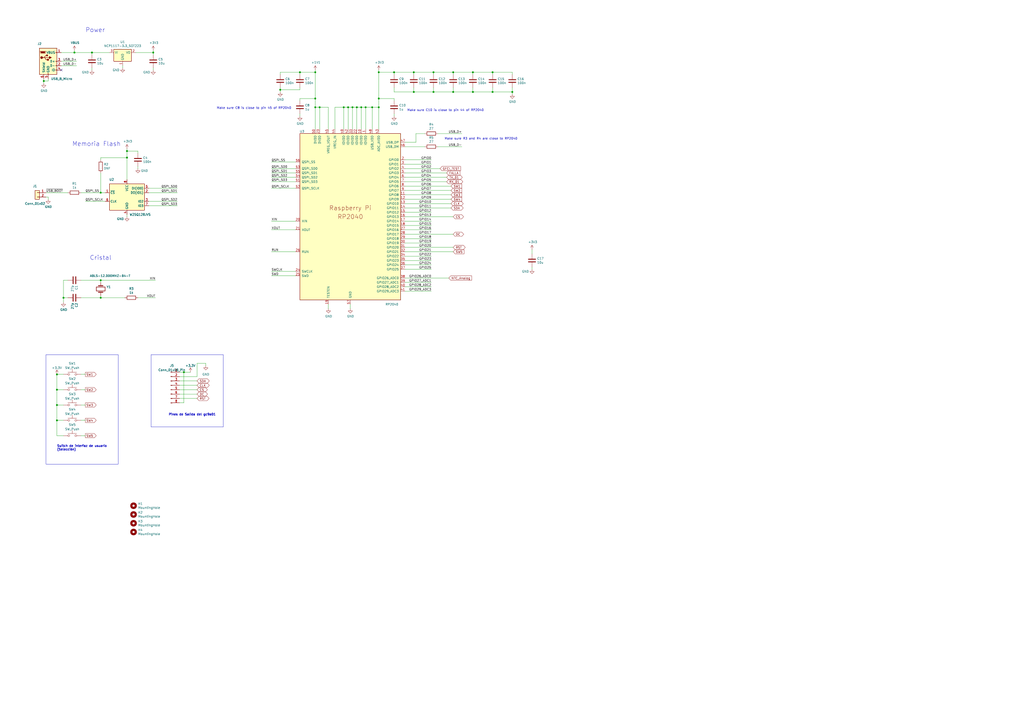
<source format=kicad_sch>
(kicad_sch (version 20230121) (generator eeschema)
  (paper "A2")
  (lib_symbols
    (symbol "Connector:Conn_01x08_Pin" (pin_names (offset 1.016) hide)
      (property "Reference" "J" (at 0 10.16 0))
      (property "Value" "Conn_01x08_Pin" (at 0 -12.7 0))
      (symbol "Conn_01x08_Pin_1_1"
        (polyline (pts (xy 1.27 -10.16) (xy 0.8636 -10.16)) (stroke (width 0.1524)))
        (polyline (pts (xy 1.27 -7.62) (xy 0.8636 -7.62)) (stroke (width 0.1524)))
        (polyline (pts (xy 1.27 -5.08) (xy 0.8636 -5.08)) (stroke (width 0.1524)))
        (polyline (pts (xy 1.27 -2.54) (xy 0.8636 -2.54)) (stroke (width 0.1524)))
        (polyline (pts (xy 1.27 0) (xy 0.8636 0)) (stroke (width 0.1524)))
        (polyline (pts (xy 1.27 2.54) (xy 0.8636 2.54)) (stroke (width 0.1524)))
        (polyline (pts (xy 1.27 5.08) (xy 0.8636 5.08)) (stroke (width 0.1524)))
        (polyline (pts (xy 1.27 7.62) (xy 0.8636 7.62)) (stroke (width 0.1524)))
        (rectangle (start 0.8636 -10.033) (end 0 -10.287) (stroke (width 0.1524)) (fill (type outline)))
        (rectangle (start 0.8636 -7.493) (end 0 -7.747) (stroke (width 0.1524)) (fill (type outline)))
        (rectangle (start 0.8636 -4.953) (end 0 -5.207) (stroke (width 0.1524)) (fill (type outline)))
        (rectangle (start 0.8636 -2.413) (end 0 -2.667) (stroke (width 0.1524)) (fill (type outline)))
        (rectangle (start 0.8636 0.127) (end 0 -0.127) (stroke (width 0.1524)) (fill (type outline)))
        (rectangle (start 0.8636 2.667) (end 0 2.413) (stroke (width 0.1524)) (fill (type outline)))
        (rectangle (start 0.8636 5.207) (end 0 4.953) (stroke (width 0.1524)) (fill (type outline)))
        (rectangle (start 0.8636 7.747) (end 0 7.493) (stroke (width 0.1524)) (fill (type outline)))
        (pin passive line (at 5.08 7.62 180) (length 3.81) (name "Pin_1") (number "1"))
        (pin passive line (at 5.08 5.08 180) (length 3.81) (name "Pin_2") (number "2"))
        (pin passive line (at 5.08 2.54 180) (length 3.81) (name "Pin_3") (number "3"))
        (pin passive line (at 5.08 0 180) (length 3.81) (name "Pin_4") (number "4"))
        (pin passive line (at 5.08 -2.54 180) (length 3.81) (name "Pin_5") (number "5"))
        (pin passive line (at 5.08 -5.08 180) (length 3.81) (name "Pin_6") (number "6"))
        (pin passive line (at 5.08 -7.62 180) (length 3.81) (name "Pin_7") (number "7"))
        (pin passive line (at 5.08 -10.16 180) (length 3.81) (name "Pin_8") (number "8"))
      )
    )
    (symbol "Connector_Generic:Conn_01x02" (pin_names (offset 1.016) hide)
      (property "Reference" "J" (at 0 2.54 0))
      (property "Value" "Conn_01x02" (at 0 -5.08 0))
      (symbol "Conn_01x02_1_1"
        (rectangle (start -1.27 -2.413) (end 0 -2.667) (stroke (width 0.1524)))
        (rectangle (start -1.27 0.127) (end 0 -0.127) (stroke (width 0.1524)))
        (rectangle (start -1.27 1.27) (end 1.27 -3.81) (stroke (width 0.254)) (fill (type background)))
        (pin passive line (at -5.08 0 0) (length 3.81) (name "Pin_1") (number "1"))
        (pin passive line (at -5.08 -2.54 0) (length 3.81) (name "Pin_2") (number "2"))
      )
    )
    (symbol "Device:C" (pin_numbers hide) (pin_names (offset 0.254))
      (property "Reference" "C" (at 0.635 2.54 0))
      (property "Value" "C" (at 0.635 -2.54 0))
      (symbol "C_0_1"
        (polyline (pts (xy -2.032 -0.762) (xy 2.032 -0.762)) (stroke (width 0.508)))
        (polyline (pts (xy -2.032 0.762) (xy 2.032 0.762)) (stroke (width 0.508)))
      )
      (symbol "C_1_1"
        (pin passive line (at 0 3.81 270) (length 2.794) (name "~") (number "1"))
        (pin passive line (at 0 -3.81 90) (length 2.794) (name "~") (number "2"))
      )
    )
    (symbol "Device:Crystal" (pin_numbers hide) (pin_names (offset 1.016) hide)
      (property "Reference" "Y" (at 0 3.81 0))
      (property "Value" "Crystal" (at 0 -3.81 0))
      (symbol "Crystal_0_1"
        (rectangle (start -1.143 2.54) (end 1.143 -2.54) (stroke (width 0.3048)))
        (polyline (pts (xy -2.54 0) (xy -1.905 0)))
        (polyline (pts (xy -1.905 -1.27) (xy -1.905 1.27)) (stroke (width 0.508)))
        (polyline (pts (xy 1.905 -1.27) (xy 1.905 1.27)) (stroke (width 0.508)))
        (polyline (pts (xy 2.54 0) (xy 1.905 0)))
      )
      (symbol "Crystal_1_1"
        (pin passive line (at -3.81 0 0) (length 1.27) (name "1") (number "1"))
        (pin passive line (at 3.81 0 180) (length 1.27) (name "2") (number "2"))
      )
    )
    (symbol "Device:R" (pin_numbers hide) (pin_names (offset 0))
      (property "Reference" "R" (at 2.032 0 90))
      (property "Value" "R" (at 0 0 90))
      (symbol "R_0_1"
        (rectangle (start -1.016 -2.54) (end 1.016 2.54) (stroke (width 0.254)))
      )
      (symbol "R_1_1"
        (pin passive line (at 0 3.81 270) (length 1.27) (name "~") (number "1"))
        (pin passive line (at 0 -3.81 90) (length 1.27) (name "~") (number "2"))
      )
    )
    (symbol "MCU_RaspberryPi_RP2040:RP2040" (pin_names (offset 1.016))
      (property "Reference" "U" (at -29.21 49.53 0))
      (property "Value" "RP2040" (at 24.13 -49.53 0))
      (symbol "RP2040_0_0"
        (text "Raspberry Pi" (at 0 5.08 0) (effects (font (size 2.54 2.54))))
        (text "RP2040" (at 0 0 0) (effects (font (size 2.54 2.54))))
      )
      (symbol "RP2040_0_1"
        (rectangle (start 29.21 48.26) (end -29.21 -48.26) (stroke (width 0.254)) (fill (type background)))
      )
      (symbol "RP2040_1_1"
        (pin power_in line (at 8.89 50.8 270) (length 2.54) (name "IOVDD") (number "1"))
        (pin power_in line (at 6.35 50.8 270) (length 2.54) (name "IOVDD") (number "10"))
        (pin bidirectional line (at 31.75 12.7 180) (length 2.54) (name "GPIO8") (number "11"))
        (pin bidirectional line (at 31.75 10.16 180) (length 2.54) (name "GPIO9") (number "12"))
        (pin bidirectional line (at 31.75 7.62 180) (length 2.54) (name "GPIO10") (number "13"))
        (pin bidirectional line (at 31.75 5.08 180) (length 2.54) (name "GPIO11") (number "14"))
        (pin bidirectional line (at 31.75 2.54 180) (length 2.54) (name "GPIO12") (number "15"))
        (pin bidirectional line (at 31.75 0 180) (length 2.54) (name "GPIO13") (number "16"))
        (pin bidirectional line (at 31.75 -2.54 180) (length 2.54) (name "GPIO14") (number "17"))
        (pin bidirectional line (at 31.75 -5.08 180) (length 2.54) (name "GPIO15") (number "18"))
        (pin passive line (at -12.7 -50.8 90) (length 2.54) (name "TESTEN") (number "19"))
        (pin bidirectional line (at 31.75 33.02 180) (length 2.54) (name "GPIO0") (number "2"))
        (pin input line (at -31.75 -2.54 0) (length 2.54) (name "XIN") (number "20"))
        (pin passive line (at -31.75 -7.62 0) (length 2.54) (name "XOUT") (number "21"))
        (pin power_in line (at 3.81 50.8 270) (length 2.54) (name "IOVDD") (number "22"))
        (pin power_in line (at -17.78 50.8 270) (length 2.54) (name "DVDD") (number "23"))
        (pin output line (at -31.75 -31.75 0) (length 2.54) (name "SWCLK") (number "24"))
        (pin bidirectional line (at -31.75 -34.29 0) (length 2.54) (name "SWD") (number "25"))
        (pin input line (at -31.75 -20.32 0) (length 2.54) (name "RUN") (number "26"))
        (pin bidirectional line (at 31.75 -7.62 180) (length 2.54) (name "GPIO16") (number "27"))
        (pin bidirectional line (at 31.75 -10.16 180) (length 2.54) (name "GPIO17") (number "28"))
        (pin bidirectional line (at 31.75 -12.7 180) (length 2.54) (name "GPIO18") (number "29"))
        (pin bidirectional line (at 31.75 30.48 180) (length 2.54) (name "GPIO1") (number "3"))
        (pin bidirectional line (at 31.75 -15.24 180) (length 2.54) (name "GPIO19") (number "30"))
        (pin bidirectional line (at 31.75 -17.78 180) (length 2.54) (name "GPIO20") (number "31"))
        (pin bidirectional line (at 31.75 -20.32 180) (length 2.54) (name "GPIO21") (number "32"))
        (pin power_in line (at 1.27 50.8 270) (length 2.54) (name "IOVDD") (number "33"))
        (pin bidirectional line (at 31.75 -22.86 180) (length 2.54) (name "GPIO22") (number "34"))
        (pin bidirectional line (at 31.75 -25.4 180) (length 2.54) (name "GPIO23") (number "35"))
        (pin bidirectional line (at 31.75 -27.94 180) (length 2.54) (name "GPIO24") (number "36"))
        (pin bidirectional line (at 31.75 -30.48 180) (length 2.54) (name "GPIO25") (number "37"))
        (pin bidirectional line (at 31.75 -35.56 180) (length 2.54) (name "GPIO26_ADC0") (number "38"))
        (pin bidirectional line (at 31.75 -38.1 180) (length 2.54) (name "GPIO27_ADC1") (number "39"))
        (pin bidirectional line (at 31.75 27.94 180) (length 2.54) (name "GPIO2") (number "4"))
        (pin bidirectional line (at 31.75 -40.64 180) (length 2.54) (name "GPIO28_ADC2") (number "40"))
        (pin bidirectional line (at 31.75 -43.18 180) (length 2.54) (name "GPIO29_ADC3") (number "41"))
        (pin power_in line (at -1.27 50.8 270) (length 2.54) (name "IOVDD") (number "42"))
        (pin power_in line (at 16.51 50.8 270) (length 2.54) (name "ADC_AVDD") (number "43"))
        (pin power_in line (at -8.89 50.8 270) (length 2.54) (name "VREG_IN") (number "44"))
        (pin power_out line (at -12.7 50.8 270) (length 2.54) (name "VREG_VOUT") (number "45"))
        (pin bidirectional line (at 31.75 40.64 180) (length 2.54) (name "USB_DM") (number "46"))
        (pin bidirectional line (at 31.75 43.18 180) (length 2.54) (name "USB_DP") (number "47"))
        (pin power_in line (at 12.7 50.8 270) (length 2.54) (name "USB_VDD") (number "48"))
        (pin power_in line (at -3.81 50.8 270) (length 2.54) (name "IOVDD") (number "49"))
        (pin bidirectional line (at 31.75 25.4 180) (length 2.54) (name "GPIO3") (number "5"))
        (pin power_in line (at -20.32 50.8 270) (length 2.54) (name "DVDD") (number "50"))
        (pin bidirectional line (at -31.75 20.32 0) (length 2.54) (name "QSPI_SD3") (number "51"))
        (pin output line (at -31.75 16.51 0) (length 2.54) (name "QSPI_SCLK") (number "52"))
        (pin bidirectional line (at -31.75 27.94 0) (length 2.54) (name "QSPI_SD0") (number "53"))
        (pin bidirectional line (at -31.75 22.86 0) (length 2.54) (name "QSPI_SD2") (number "54"))
        (pin bidirectional line (at -31.75 25.4 0) (length 2.54) (name "QSPI_SD1") (number "55"))
        (pin bidirectional line (at -31.75 31.75 0) (length 2.54) (name "QSPI_SS") (number "56"))
        (pin power_in line (at 0 -50.8 90) (length 2.54) (name "GND") (number "57"))
        (pin bidirectional line (at 31.75 22.86 180) (length 2.54) (name "GPIO4") (number "6"))
        (pin bidirectional line (at 31.75 20.32 180) (length 2.54) (name "GPIO5") (number "7"))
        (pin bidirectional line (at 31.75 17.78 180) (length 2.54) (name "GPIO6") (number "8"))
        (pin bidirectional line (at 31.75 15.24 180) (length 2.54) (name "GPIO7") (number "9"))
      )
    )
    (symbol "Mechanical:MountingHole" (pin_names (offset 1.016))
      (property "Reference" "H" (at 0 5.08 0))
      (property "Value" "MountingHole" (at 0 3.175 0))
      (symbol "MountingHole_0_1"
        (circle (center 0 0) (radius 1.27) (stroke (width 1.27)))
      )
    )
    (symbol "RP2040_minimal-rescue:USB_B_Micro-Connector" (pin_names (offset 1.016))
      (property "Reference" "J" (at -5.08 11.43 0))
      (property "Value" "Connector_USB_B_Micro" (at -5.08 8.89 0))
      (symbol "USB_B_Micro-Connector_0_1"
        (rectangle (start -5.08 -7.62) (end 5.08 7.62) (stroke (width 0.254)) (fill (type background)))
        (circle (center -3.81 2.159) (radius 0.635) (stroke (width 0.254)) (fill (type outline)))
        (circle (center -0.635 3.429) (radius 0.381) (stroke (width 0.254)) (fill (type outline)))
        (rectangle (start -0.127 -7.62) (end 0.127 -6.858))
        (polyline (pts (xy -1.905 2.159) (xy 0.635 2.159)) (stroke (width 0.254)))
        (polyline (pts (xy -3.175 2.159) (xy -2.54 2.159) (xy -1.27 3.429) (xy -0.635 3.429)) (stroke (width 0.254)))
        (polyline (pts (xy -2.54 2.159) (xy -1.905 2.159) (xy -1.27 0.889) (xy 0 0.889)) (stroke (width 0.254)))
        (polyline (pts (xy 0.635 2.794) (xy 0.635 1.524) (xy 1.905 2.159) (xy 0.635 2.794)) (stroke (width 0.254)) (fill (type outline)))
        (polyline (pts (xy -4.318 5.588) (xy -1.778 5.588) (xy -2.032 4.826) (xy -4.064 4.826) (xy -4.318 5.588)) (fill (type outline)))
        (polyline (pts (xy -4.699 5.842) (xy -4.699 5.588) (xy -4.445 4.826) (xy -4.445 4.572) (xy -1.651 4.572) (xy -1.651 4.826) (xy -1.397 5.588) (xy -1.397 5.842) (xy -4.699 5.842)))
        (rectangle (start 0.254 1.27) (end -0.508 0.508) (stroke (width 0.254)) (fill (type outline)))
        (rectangle (start 5.08 -5.207) (end 4.318 -4.953))
        (rectangle (start 5.08 -2.667) (end 4.318 -2.413))
        (rectangle (start 5.08 -0.127) (end 4.318 0.127))
        (rectangle (start 5.08 4.953) (end 4.318 5.207))
      )
      (symbol "USB_B_Micro-Connector_1_1"
        (pin power_out line (at 7.62 5.08 180) (length 2.54) (name "VBUS") (number "1"))
        (pin passive line (at 7.62 -2.54 180) (length 2.54) (name "D-") (number "2"))
        (pin passive line (at 7.62 0 180) (length 2.54) (name "D+") (number "3"))
        (pin passive line (at 7.62 -5.08 180) (length 2.54) (name "ID") (number "4"))
        (pin power_out line (at 0 -10.16 90) (length 2.54) (name "GND") (number "5"))
        (pin passive line (at -2.54 -10.16 90) (length 2.54) (name "Shield") (number "6"))
      )
    )
    (symbol "RP2040_minimal-rescue:W25Q128JVS-Memory_Flash"
      (property "Reference" "U" (at -8.89 8.89 0))
      (property "Value" "Memory_Flash_W25Q128JVS" (at 7.62 8.89 0))
      (symbol "W25Q128JVS-Memory_Flash_0_1"
        (rectangle (start -10.16 7.62) (end 10.16 -7.62) (stroke (width 0.254)) (fill (type background)))
      )
      (symbol "W25Q128JVS-Memory_Flash_1_1"
        (pin input line (at -12.7 2.54 0) (length 2.54) (name "~{CS}") (number "1"))
        (pin bidirectional line (at 12.7 2.54 180) (length 2.54) (name "DO(IO1)") (number "2"))
        (pin bidirectional line (at 12.7 -2.54 180) (length 2.54) (name "IO2") (number "3"))
        (pin power_in line (at 0 -10.16 90) (length 2.54) (name "GND") (number "4"))
        (pin bidirectional line (at 12.7 5.08 180) (length 2.54) (name "DI(IO0)") (number "5"))
        (pin input line (at -12.7 -2.54 0) (length 2.54) (name "CLK") (number "6"))
        (pin bidirectional line (at 12.7 -5.08 180) (length 2.54) (name "IO3") (number "7"))
        (pin power_in line (at 0 10.16 270) (length 2.54) (name "VCC") (number "8"))
      )
    )
    (symbol "Regulator_Linear:NCP1117-3.3_SOT223"
      (property "Reference" "U" (at -3.81 3.175 0))
      (property "Value" "NCP1117-3.3_SOT223" (at 0 3.175 0))
      (symbol "NCP1117-3.3_SOT223_0_1"
        (rectangle (start -5.08 -5.08) (end 5.08 1.905) (stroke (width 0.254)) (fill (type background)))
      )
      (symbol "NCP1117-3.3_SOT223_1_1"
        (pin power_in line (at 0 -7.62 90) (length 2.54) (name "GND") (number "1"))
        (pin power_out line (at 7.62 0 180) (length 2.54) (name "VO") (number "2"))
        (pin power_in line (at -7.62 0 0) (length 2.54) (name "VI") (number "3"))
      )
    )
    (symbol "Switch:SW_Push" (pin_numbers hide) (pin_names (offset 1.016) hide)
      (property "Reference" "SW" (at 1.27 2.54 0))
      (property "Value" "SW_Push" (at 0 -1.524 0))
      (symbol "SW_Push_0_1"
        (circle (center -2.032 0) (radius 0.508))
        (polyline (pts (xy 0 1.27) (xy 0 3.048)))
        (polyline (pts (xy 2.54 1.27) (xy -2.54 1.27)))
        (circle (center 2.032 0) (radius 0.508))
        (pin passive line (at -5.08 0 0) (length 2.54) (name "1") (number "1"))
        (pin passive line (at 5.08 0 180) (length 2.54) (name "2") (number "2"))
      )
    )
    (symbol "power:+1V1" (power) (pin_names (offset 0))
      (property "Value" "+1V1" (at 0 3.556 0))
      (symbol "+1V1_0_1"
        (polyline (pts (xy -0.762 1.27) (xy 0 2.54)))
        (polyline (pts (xy 0 0) (xy 0 2.54)))
        (polyline (pts (xy 0 2.54) (xy 0.762 1.27)))
      )
      (symbol "+1V1_1_1"
        (pin power_in line (at 0 0 90) (length 0) hide (name "+1V1") (number "1"))
      )
    )
    (symbol "power:+3.3V" (power) (pin_names (offset 0))
      (property "Value" "+3.3V" (at 0 3.556 0))
      (symbol "+3.3V_0_1"
        (polyline (pts (xy -0.762 1.27) (xy 0 2.54)))
        (polyline (pts (xy 0 0) (xy 0 2.54)))
        (polyline (pts (xy 0 2.54) (xy 0.762 1.27)))
      )
      (symbol "+3.3V_1_1"
        (pin power_in line (at 0 0 90) (length 0) hide (name "+3.3V") (number "1"))
      )
    )
    (symbol "power:+3V3" (power) (pin_names (offset 0))
      (property "Value" "+3V3" (at 0 3.556 0))
      (symbol "+3V3_0_1"
        (polyline (pts (xy -0.762 1.27) (xy 0 2.54)))
        (polyline (pts (xy 0 0) (xy 0 2.54)))
        (polyline (pts (xy 0 2.54) (xy 0.762 1.27)))
      )
      (symbol "+3V3_1_1"
        (pin power_in line (at 0 0 90) (length 0) hide (name "+3V3") (number "1"))
      )
    )
    (symbol "power:GND" (power) (pin_names (offset 0))
      (property "Value" "GND" (at 0 -3.81 0))
      (symbol "GND_0_1"
        (polyline (pts (xy 0 0) (xy 0 -1.27) (xy 1.27 -1.27) (xy 0 -2.54) (xy -1.27 -1.27) (xy 0 -1.27)))
      )
      (symbol "GND_1_1"
        (pin power_in line (at 0 0 270) (length 0) hide (name "GND") (number "1"))
      )
    )
    (symbol "power:VBUS" (power) (pin_names (offset 0))
      (property "Value" "VBUS" (at 0 3.81 0))
      (symbol "VBUS_0_1"
        (polyline (pts (xy -0.762 1.27) (xy 0 2.54)))
        (polyline (pts (xy 0 0) (xy 0 2.54)))
        (polyline (pts (xy 0 2.54) (xy 0.762 1.27)))
      )
      (symbol "VBUS_1_1"
        (pin power_in line (at 0 0 90) (length 0) hide (name "VBUS") (number "1"))
      )
    )
  )
  (junction (at 88.9 30.48))
  (junction (at 262.89 41.91))
  (junction (at 185.42 62.23))
  (junction (at 212.09 62.23))
  (junction (at 58.42 172.72))
  (junction (at 182.88 57.15))
  (junction (at 25.4 46.99))
  (junction (at 285.75 41.91))
  (junction (at 33.02 234.95))
  (junction (at 219.71 62.23))
  (junction (at 204.47 62.23))
  (junction (at 53.34 30.48))
  (junction (at 228.6 41.91))
  (junction (at 209.55 62.23))
  (junction (at 33.02 217.17))
  (junction (at 274.32 41.91))
  (junction (at 173.99 41.91))
  (junction (at 106.68 215.9))
  (junction (at 36.83 172.72))
  (junction (at 182.88 62.23))
  (junction (at 199.39 62.23))
  (junction (at 297.18 53.34))
  (junction (at 73.66 91.44))
  (junction (at 219.71 41.91))
  (junction (at 285.75 53.34))
  (junction (at 182.88 41.91))
  (junction (at 215.9 62.23))
  (junction (at 207.01 62.23))
  (junction (at 73.66 87.63))
  (junction (at 240.03 53.34))
  (junction (at 262.89 53.34))
  (junction (at 43.18 30.48))
  (junction (at 251.46 53.34))
  (junction (at 201.93 62.23))
  (junction (at 219.71 57.15))
  (junction (at 58.42 111.76))
  (junction (at 58.42 162.56))
  (junction (at 251.46 41.91))
  (junction (at 33.02 226.06))
  (junction (at 33.02 243.84))
  (junction (at 162.56 52.07))
  (junction (at 274.32 53.34))
  (junction (at 240.03 41.91))
  (no_connect (at 35.56 40.64))
  (wire (pts (xy 219.71 62.23) (xy 219.71 74.93)))
  (wire (pts (xy 234.95 107.95) (xy 261.62 107.95)))
  (wire (pts (xy 234.95 168.91) (xy 250.19 168.91)))
  (wire (pts (xy 104.14 220.98) (xy 114.3 220.98)))
  (wire (pts (xy 251.46 41.91) (xy 262.89 41.91)))
  (wire (pts (xy 194.31 74.93) (xy 194.31 62.23)))
  (wire (pts (xy 204.47 62.23) (xy 207.01 62.23)))
  (wire (pts (xy 228.6 50.8) (xy 228.6 53.34)))
  (wire (pts (xy 33.02 234.95) (xy 33.02 243.84)))
  (wire (pts (xy 36.83 252.73) (xy 33.02 252.73)))
  (wire (pts (xy 262.89 53.34) (xy 251.46 53.34)))
  (wire (pts (xy 241.3 77.47) (xy 241.3 82.55)))
  (wire (pts (xy 104.14 233.68) (xy 106.68 233.68)))
  (wire (pts (xy 228.6 58.42) (xy 228.6 57.15)))
  (wire (pts (xy 104.14 215.9) (xy 106.68 215.9)))
  (wire (pts (xy 234.95 143.51) (xy 262.89 143.51)))
  (wire (pts (xy 173.99 43.18) (xy 173.99 41.91)))
  (wire (pts (xy 234.95 125.73) (xy 262.89 125.73)))
  (wire (pts (xy 162.56 52.07) (xy 162.56 53.34)))
  (wire (pts (xy 73.66 124.46) (xy 73.66 125.73)))
  (wire (pts (xy 190.5 74.93) (xy 190.5 62.23)))
  (wire (pts (xy 46.99 243.84) (xy 49.53 243.84)))
  (wire (pts (xy 234.95 95.25) (xy 250.19 95.25)))
  (wire (pts (xy 171.45 157.48) (xy 157.48 157.48)))
  (wire (pts (xy 162.56 43.18) (xy 162.56 41.91)))
  (wire (pts (xy 157.48 97.79) (xy 171.45 97.79)))
  (wire (pts (xy 86.36 109.22) (xy 102.87 109.22)))
  (wire (pts (xy 234.95 135.89) (xy 262.89 135.89)))
  (wire (pts (xy 251.46 53.34) (xy 240.03 53.34)))
  (wire (pts (xy 171.45 146.05) (xy 157.48 146.05)))
  (wire (pts (xy 27.94 46.99) (xy 25.4 46.99)))
  (wire (pts (xy 35.56 35.56) (xy 44.45 35.56)))
  (wire (pts (xy 285.75 50.8) (xy 285.75 53.34)))
  (wire (pts (xy 234.95 133.35) (xy 250.19 133.35)))
  (wire (pts (xy 182.88 57.15) (xy 182.88 62.23)))
  (wire (pts (xy 58.42 171.45) (xy 58.42 172.72)))
  (wire (pts (xy 207.01 74.93) (xy 207.01 62.23)))
  (wire (pts (xy 219.71 57.15) (xy 219.71 62.23)))
  (wire (pts (xy 274.32 41.91) (xy 285.75 41.91)))
  (wire (pts (xy 80.01 172.72) (xy 90.17 172.72)))
  (wire (pts (xy 86.36 116.84) (xy 102.87 116.84)))
  (wire (pts (xy 285.75 43.18) (xy 285.75 41.91)))
  (wire (pts (xy 234.95 102.87) (xy 259.08 102.87)))
  (wire (pts (xy 219.71 41.91) (xy 228.6 41.91)))
  (wire (pts (xy 234.95 151.13) (xy 250.19 151.13)))
  (wire (pts (xy 26.67 114.3) (xy 27.94 114.3)))
  (wire (pts (xy 234.95 113.03) (xy 261.62 113.03)))
  (wire (pts (xy 240.03 41.91) (xy 251.46 41.91)))
  (wire (pts (xy 43.18 30.48) (xy 53.34 30.48)))
  (wire (pts (xy 234.95 92.71) (xy 250.19 92.71)))
  (wire (pts (xy 46.99 252.73) (xy 49.53 252.73)))
  (wire (pts (xy 80.01 87.63) (xy 73.66 87.63)))
  (wire (pts (xy 46.99 226.06) (xy 49.53 226.06)))
  (wire (pts (xy 251.46 43.18) (xy 251.46 41.91)))
  (wire (pts (xy 58.42 163.83) (xy 58.42 162.56)))
  (wire (pts (xy 86.36 111.76) (xy 102.87 111.76)))
  (wire (pts (xy 157.48 102.87) (xy 171.45 102.87)))
  (wire (pts (xy 234.95 128.27) (xy 250.19 128.27)))
  (wire (pts (xy 285.75 41.91) (xy 297.18 41.91)))
  (wire (pts (xy 114.3 210.82) (xy 119.38 210.82)))
  (wire (pts (xy 171.45 133.35) (xy 157.48 133.35)))
  (wire (pts (xy 182.88 40.64) (xy 182.88 41.91)))
  (wire (pts (xy 234.95 153.67) (xy 250.19 153.67)))
  (wire (pts (xy 194.31 62.23) (xy 199.39 62.23)))
  (wire (pts (xy 119.38 210.82) (xy 119.38 212.09)))
  (wire (pts (xy 219.71 40.64) (xy 219.71 41.91)))
  (wire (pts (xy 36.83 243.84) (xy 33.02 243.84)))
  (wire (pts (xy 212.09 62.23) (xy 215.9 62.23)))
  (wire (pts (xy 234.95 123.19) (xy 250.19 123.19)))
  (wire (pts (xy 285.75 53.34) (xy 297.18 53.34)))
  (wire (pts (xy 209.55 74.93) (xy 209.55 62.23)))
  (wire (pts (xy 104.14 218.44) (xy 114.3 218.44)))
  (wire (pts (xy 182.88 62.23) (xy 182.88 74.93)))
  (wire (pts (xy 36.83 162.56) (xy 36.83 172.72)))
  (wire (pts (xy 33.02 226.06) (xy 33.02 217.17)))
  (wire (pts (xy 46.99 234.95) (xy 49.53 234.95)))
  (wire (pts (xy 162.56 50.8) (xy 162.56 52.07)))
  (wire (pts (xy 53.34 39.37) (xy 53.34 40.64)))
  (wire (pts (xy 63.5 30.48) (xy 53.34 30.48)))
  (wire (pts (xy 254 85.09) (xy 267.97 85.09)))
  (wire (pts (xy 234.95 118.11) (xy 261.62 118.11)))
  (wire (pts (xy 308.61 144.78) (xy 308.61 147.32)))
  (wire (pts (xy 234.95 156.21) (xy 250.19 156.21)))
  (wire (pts (xy 234.95 120.65) (xy 261.62 120.65)))
  (wire (pts (xy 219.71 41.91) (xy 219.71 57.15)))
  (wire (pts (xy 240.03 50.8) (xy 240.03 53.34)))
  (wire (pts (xy 86.36 119.38) (xy 102.87 119.38)))
  (wire (pts (xy 262.89 50.8) (xy 262.89 53.34)))
  (wire (pts (xy 297.18 43.18) (xy 297.18 41.91)))
  (wire (pts (xy 33.02 226.06) (xy 33.02 234.95)))
  (wire (pts (xy 58.42 111.76) (xy 60.96 111.76)))
  (wire (pts (xy 234.95 85.09) (xy 246.38 85.09)))
  (wire (pts (xy 234.95 140.97) (xy 250.19 140.97)))
  (wire (pts (xy 88.9 31.75) (xy 88.9 30.48)))
  (wire (pts (xy 185.42 62.23) (xy 182.88 62.23)))
  (wire (pts (xy 171.45 109.22) (xy 157.48 109.22)))
  (wire (pts (xy 201.93 62.23) (xy 204.47 62.23)))
  (wire (pts (xy 199.39 62.23) (xy 201.93 62.23)))
  (wire (pts (xy 33.02 217.17) (xy 36.83 217.17)))
  (wire (pts (xy 215.9 74.93) (xy 215.9 62.23)))
  (wire (pts (xy 106.68 215.9) (xy 110.49 215.9)))
  (wire (pts (xy 35.56 30.48) (xy 43.18 30.48)))
  (wire (pts (xy 58.42 91.44) (xy 73.66 91.44)))
  (wire (pts (xy 234.95 100.33) (xy 259.08 100.33)))
  (wire (pts (xy 46.99 162.56) (xy 58.42 162.56)))
  (wire (pts (xy 234.95 105.41) (xy 259.08 105.41)))
  (wire (pts (xy 104.14 226.06) (xy 114.3 226.06)))
  (wire (pts (xy 228.6 66.04) (xy 228.6 67.31)))
  (wire (pts (xy 27.94 45.72) (xy 27.94 46.99)))
  (wire (pts (xy 190.5 176.53) (xy 190.5 179.07)))
  (wire (pts (xy 234.95 138.43) (xy 250.19 138.43)))
  (wire (pts (xy 46.99 217.17) (xy 49.53 217.17)))
  (wire (pts (xy 157.48 128.27) (xy 171.45 128.27)))
  (wire (pts (xy 162.56 41.91) (xy 173.99 41.91)))
  (wire (pts (xy 234.95 130.81) (xy 250.19 130.81)))
  (wire (pts (xy 228.6 43.18) (xy 228.6 41.91)))
  (wire (pts (xy 173.99 66.04) (xy 173.99 67.31)))
  (wire (pts (xy 39.37 111.76) (xy 26.67 111.76)))
  (wire (pts (xy 212.09 62.23) (xy 212.09 74.93)))
  (wire (pts (xy 73.66 91.44) (xy 73.66 104.14)))
  (wire (pts (xy 173.99 57.15) (xy 182.88 57.15)))
  (wire (pts (xy 234.95 82.55) (xy 241.3 82.55)))
  (wire (pts (xy 234.95 148.59) (xy 250.19 148.59)))
  (wire (pts (xy 58.42 172.72) (xy 72.39 172.72)))
  (wire (pts (xy 262.89 43.18) (xy 262.89 41.91)))
  (wire (pts (xy 173.99 52.07) (xy 173.99 50.8)))
  (wire (pts (xy 201.93 74.93) (xy 201.93 62.23)))
  (wire (pts (xy 36.83 172.72) (xy 36.83 175.26)))
  (wire (pts (xy 114.3 218.44) (xy 114.3 210.82)))
  (wire (pts (xy 254 77.47) (xy 267.97 77.47)))
  (wire (pts (xy 240.03 43.18) (xy 240.03 41.91)))
  (wire (pts (xy 171.45 160.02) (xy 157.48 160.02)))
  (wire (pts (xy 104.14 223.52) (xy 114.3 223.52)))
  (wire (pts (xy 297.18 53.34) (xy 297.18 54.61)))
  (wire (pts (xy 203.2 176.53) (xy 203.2 179.07)))
  (wire (pts (xy 234.95 163.83) (xy 250.19 163.83)))
  (wire (pts (xy 46.99 172.72) (xy 58.42 172.72)))
  (wire (pts (xy 36.83 226.06) (xy 33.02 226.06)))
  (wire (pts (xy 241.3 77.47) (xy 246.38 77.47)))
  (wire (pts (xy 274.32 50.8) (xy 274.32 53.34)))
  (wire (pts (xy 25.4 46.99) (xy 25.4 48.26)))
  (wire (pts (xy 157.48 100.33) (xy 171.45 100.33)))
  (wire (pts (xy 157.48 105.41) (xy 171.45 105.41)))
  (wire (pts (xy 219.71 57.15) (xy 228.6 57.15)))
  (wire (pts (xy 308.61 154.94) (xy 308.61 156.21)))
  (wire (pts (xy 240.03 53.34) (xy 228.6 53.34)))
  (wire (pts (xy 234.95 97.79) (xy 255.27 97.79)))
  (wire (pts (xy 106.68 233.68) (xy 106.68 215.9)))
  (wire (pts (xy 234.95 146.05) (xy 262.89 146.05)))
  (wire (pts (xy 33.02 243.84) (xy 33.02 252.73)))
  (wire (pts (xy 228.6 41.91) (xy 240.03 41.91)))
  (wire (pts (xy 209.55 62.23) (xy 212.09 62.23)))
  (wire (pts (xy 285.75 53.34) (xy 274.32 53.34)))
  (wire (pts (xy 49.53 116.84) (xy 60.96 116.84)))
  (wire (pts (xy 25.4 45.72) (xy 25.4 46.99)))
  (wire (pts (xy 182.88 41.91) (xy 182.88 57.15)))
  (wire (pts (xy 185.42 74.93) (xy 185.42 62.23)))
  (wire (pts (xy 35.56 38.1) (xy 44.45 38.1)))
  (wire (pts (xy 171.45 93.98) (xy 157.48 93.98)))
  (wire (pts (xy 274.32 43.18) (xy 274.32 41.91)))
  (wire (pts (xy 53.34 31.75) (xy 53.34 30.48)))
  (wire (pts (xy 43.18 29.21) (xy 43.18 30.48)))
  (wire (pts (xy 27.94 114.3) (xy 27.94 115.57)))
  (wire (pts (xy 88.9 30.48) (xy 88.9 29.21)))
  (wire (pts (xy 234.95 115.57) (xy 261.62 115.57)))
  (wire (pts (xy 297.18 50.8) (xy 297.18 53.34)))
  (wire (pts (xy 58.42 92.71) (xy 58.42 91.44)))
  (wire (pts (xy 104.14 231.14) (xy 114.3 231.14)))
  (wire (pts (xy 73.66 87.63) (xy 73.66 91.44)))
  (wire (pts (xy 251.46 50.8) (xy 251.46 53.34)))
  (wire (pts (xy 173.99 41.91) (xy 182.88 41.91)))
  (wire (pts (xy 58.42 100.33) (xy 58.42 111.76)))
  (wire (pts (xy 234.95 110.49) (xy 261.62 110.49)))
  (wire (pts (xy 162.56 52.07) (xy 173.99 52.07)))
  (wire (pts (xy 39.37 172.72) (xy 36.83 172.72)))
  (wire (pts (xy 58.42 162.56) (xy 90.17 162.56)))
  (wire (pts (xy 190.5 62.23) (xy 185.42 62.23)))
  (wire (pts (xy 71.12 38.1) (xy 71.12 39.37)))
  (wire (pts (xy 274.32 53.34) (xy 262.89 53.34)))
  (wire (pts (xy 262.89 41.91) (xy 274.32 41.91)))
  (wire (pts (xy 234.95 166.37) (xy 250.19 166.37)))
  (wire (pts (xy 207.01 62.23) (xy 209.55 62.23)))
  (wire (pts (xy 104.14 228.6) (xy 114.3 228.6)))
  (wire (pts (xy 88.9 39.37) (xy 88.9 40.64)))
  (wire (pts (xy 80.01 96.52) (xy 80.01 97.79)))
  (wire (pts (xy 73.66 86.36) (xy 73.66 87.63)))
  (wire (pts (xy 173.99 58.42) (xy 173.99 57.15)))
  (wire (pts (xy 78.74 30.48) (xy 88.9 30.48)))
  (wire (pts (xy 80.01 88.9) (xy 80.01 87.63)))
  (wire (pts (xy 36.83 234.95) (xy 33.02 234.95)))
  (wire (pts (xy 215.9 62.23) (xy 219.71 62.23)))
  (wire (pts (xy 46.99 111.76) (xy 58.42 111.76)))
  (wire (pts (xy 39.37 162.56) (xy 36.83 162.56)))
  (wire (pts (xy 204.47 74.93) (xy 204.47 62.23)))
  (wire (pts (xy 199.39 74.93) (xy 199.39 62.23)))
  (wire (pts (xy 234.95 161.29) (xy 260.35 161.29)))
  (rectangle (start 87.63 205.74) (end 129.54 247.65))
  (rectangle (start 26.67 205.74) (end 68.58 269.24))
  (text "Make sure R3 and R4 are close to RP2040" (at 257.81 81.28 0) (effects (font (size 1.27 1.27)) (justify left bottom)))
  (text "Pines de Salida del gc9a01" (at 97.79 241.3 0) (effects (font (size 1.27 1.27) (thickness 0.254) bold) (justify left bottom)))
  (text "Switch de interfaz de usuario\n(Selección)" (at 33.02 261.62 0) (effects (font (size 1.27 1.27) bold) (justify left bottom)))
  (text "Memoria Flash" (at 41.91 85.09 0) (effects (font (size 2.54 2.54)) (justify left bottom)))
  (text "Make sure C8 is close to pin 45 of RP2040" (at 125.73 63.5 0) (effects (font (size 1.27 1.27)) (justify left bottom)))
  (text "Cristal" (at 52.07 151.13 0) (effects (font (size 2.54 2.54)) (justify left bottom)))
  (text "Make sure C10 is close to pin 44 of RP2040" (at 236.22 64.77 0) (effects (font (size 1.27 1.27)) (justify left bottom)))
  (text "Power" (at 49.53 19.05 0) (effects (font (size 2.54 2.54)) (justify left bottom)))
  (label "GPIO23" (at 250.19 151.13 180))
  (label "GPIO3" (at 250.19 100.33 180))
  (label "GPIO0" (at 250.19 92.71 180))
  (label "GPIO16" (at 250.19 133.35 180))
  (label "GPIO25" (at 250.19 156.21 180))
  (label "QSPI_SS" (at 49.53 111.76 0))
  (label "USB_D+" (at 267.97 77.47 180))
  (label "GPIO24" (at 250.19 153.67 180))
  (label "GPIO27_ADC1" (at 250.19 163.83 180))
  (label "QSPI_SD1" (at 157.48 100.33 0))
  (label "GPIO19" (at 250.19 140.97 180))
  (label "QSPI_SD1" (at 102.87 111.76 180))
  (label "GPIO11" (at 250.19 120.65 180))
  (label "GPIO18" (at 250.19 138.43 180))
  (label "GPIO4" (at 250.19 102.87 180))
  (label "XOUT" (at 90.17 172.72 180))
  (label "GPIO21" (at 250.19 146.05 180))
  (label "QSPI_SS" (at 157.48 93.98 0))
  (label "GPIO9" (at 250.19 115.57 180))
  (label "QSPI_SD2" (at 157.48 102.87 0))
  (label "GPIO5" (at 250.19 105.41 180))
  (label "GPIO14" (at 250.19 128.27 180))
  (label "GPIO28_ADC2" (at 250.19 166.37 180))
  (label "SWCLK" (at 157.48 157.48 0))
  (label "GPIO12" (at 250.19 123.19 180))
  (label "XIN" (at 90.17 162.56 180))
  (label "GPIO26_ADC0" (at 250.19 161.29 180))
  (label "USB_D-" (at 44.45 38.1 180))
  (label "RUN" (at 157.48 146.05 0))
  (label "GPIO22" (at 250.19 148.59 180))
  (label "QSPI_SD3" (at 102.87 119.38 180))
  (label "GPIO29_ADC3" (at 250.19 168.91 180))
  (label "GPIO2" (at 250.19 97.79 180))
  (label "GPIO8" (at 250.19 113.03 180))
  (label "QSPI_SCLK" (at 49.53 116.84 0))
  (label "XOUT" (at 157.48 133.35 0))
  (label "GPIO1" (at 250.19 95.25 180))
  (label "QSPI_SCLK" (at 157.48 109.22 0))
  (label "GPIO6" (at 250.19 107.95 180))
  (label "SWD" (at 157.48 160.02 0))
  (label "GPIO13" (at 250.19 125.73 180))
  (label "QSPI_SD2" (at 102.87 116.84 180))
  (label "GPIO20" (at 250.19 143.51 180))
  (label "QSPI_SD0" (at 157.48 97.79 0))
  (label "XIN" (at 157.48 128.27 0))
  (label "QSPI_SD3" (at 157.48 105.41 0))
  (label "GPIO7" (at 250.19 110.49 180))
  (label "USB_D+" (at 44.45 35.56 180))
  (label "GPIO17" (at 250.19 135.89 180))
  (label "USB_D-" (at 267.97 85.09 180))
  (label "~{USB_BOOT}" (at 26.67 111.76 0))
  (label "GPIO10" (at 250.19 118.11 180))
  (label "QSPI_SD0" (at 102.87 109.22 180))
  (label "GPIO15" (at 250.19 130.81 180))
  (global_label "SW3" (shape output) (at 49.53 234.95 0) (property "Intersheetrefs" "${INTERSHEET_REFS}" (effects hide)))
  (global_label "SW3" (shape input) (at 261.62 113.03 0) (property "Intersheetrefs" "${INTERSHEET_REFS}" (effects hide)))
  (global_label "RST" (shape bidirectional) (at 114.3 231.14 0) (property "Intersheetrefs" "${INTERSHEET_REFS}" (effects hide)))
  (global_label "SW5" (shape output) (at 49.53 252.73 0) (property "Intersheetrefs" "${INTERSHEET_REFS}" (effects hide)))
  (global_label "SDA" (shape bidirectional) (at 114.3 220.98 0) (property "Intersheetrefs" "${INTERSHEET_REFS}" (effects hide)))
  (global_label "SW2" (shape output) (at 49.53 226.06 0) (property "Intersheetrefs" "${INTERSHEET_REFS}" (effects hide)))
  (global_label "CS" (shape bidirectional) (at 262.89 125.73 0) (property "Intersheetrefs" "${INTERSHEET_REFS}" (effects hide)))
  (global_label "GFCI_TEST" (shape input) (at 255.27 97.79 0) (property "Intersheetrefs" "${INTERSHEET_REFS}" (effects hide)))
  (global_label "RST" (shape bidirectional) (at 262.89 143.51 0) (property "Intersheetrefs" "${INTERSHEET_REFS}" (effects hide)))
  (global_label "SDA" (shape bidirectional) (at 261.62 120.65 0) (property "Intersheetrefs" "${INTERSHEET_REFS}" (effects hide)))
  (global_label "CS" (shape bidirectional) (at 114.3 226.06 0) (property "Intersheetrefs" "${INTERSHEET_REFS}" (effects hide)))
  (global_label "NTC_Analog" (shape input) (at 260.35 161.29 0) (property "Intersheetrefs" "${INTERSHEET_REFS}" (effects hide)))
  (global_label "RX_01" (shape bidirectional) (at 259.08 105.41 0) (property "Intersheetrefs" "${INTERSHEET_REFS}" (effects hide)))
  (global_label "CLK" (shape bidirectional) (at 114.3 223.52 0) (property "Intersheetrefs" "${INTERSHEET_REFS}" (effects hide)))
  (global_label "SW1" (shape input) (at 261.62 107.95 0) (property "Intersheetrefs" "${INTERSHEET_REFS}" (effects hide)))
  (global_label "DC" (shape bidirectional) (at 262.89 135.89 0) (property "Intersheetrefs" "${INTERSHEET_REFS}" (effects hide)))
  (global_label "TX_01" (shape bidirectional) (at 259.08 102.87 0) (property "Intersheetrefs" "${INTERSHEET_REFS}" (effects hide)))
  (global_label "CLK" (shape bidirectional) (at 261.62 118.11 0) (property "Intersheetrefs" "${INTERSHEET_REFS}" (effects hide)))
  (global_label "SW4" (shape input) (at 261.62 115.57 0) (property "Intersheetrefs" "${INTERSHEET_REFS}" (effects hide)))
  (global_label "SW1" (shape output) (at 49.53 217.17 0) (property "Intersheetrefs" "${INTERSHEET_REFS}" (effects hide)))
  (global_label "DC" (shape bidirectional) (at 114.3 228.6 0) (property "Intersheetrefs" "${INTERSHEET_REFS}" (effects hide)))
  (global_label "SW5" (shape input) (at 262.89 146.05 0) (property "Intersheetrefs" "${INTERSHEET_REFS}" (effects hide)))
  (global_label "FALLA" (shape input) (at 259.08 100.33 0) (property "Intersheetrefs" "${INTERSHEET_REFS}" (effects hide)))
  (global_label "SW4" (shape output) (at 49.53 243.84 0) (property "Intersheetrefs" "${INTERSHEET_REFS}" (effects hide)))
  (global_label "SW2" (shape input) (at 261.62 110.49 0) (property "Intersheetrefs" "${INTERSHEET_REFS}" (effects hide)))
  (symbol (lib_id "power:GND") (at 190.5 179.07 0) (unit 1)
    (property "Reference" "#PWR015" (effects hide))
    (property "Value" "GND" (at 190.627 183.4642 0))
  )
  (symbol (lib_id "power:GND") (at 228.6 67.31 0) (unit 1)
    (property "Reference" "#PWR018" (effects hide))
    (property "Value" "GND" (at 228.727 71.7042 0))
  )
  (symbol (lib_id "power:+3V3") (at 308.61 144.78 0) (unit 1)
    (property "Reference" "#PWR023" (effects hide))
    (property "Value" "+3V3" (at 308.991 140.3858 0))
  )
  (symbol (lib_id "Switch:SW_Push") (at 41.91 243.84 0) (unit 1)
    (property "Reference" "SW4" (at 41.91 237.49 0))
    (property "Value" "SW_Push" (at 41.91 240.03 0))
  )
  (symbol (lib_id "power:GND") (at 25.4 48.26 0) (unit 1)
    (property "Reference" "#PWR01" (effects hide))
    (property "Value" "GND" (at 25.527 52.6542 0))
  )
  (symbol (lib_id "power:GND") (at 173.99 67.31 0) (unit 1)
    (property "Reference" "#PWR013" (effects hide))
    (property "Value" "GND" (at 174.117 71.7042 0))
  )
  (symbol (lib_id "power:GND") (at 27.94 115.57 0) (unit 1)
    (property "Reference" "#PWR02" (effects hide))
    (property "Value" "GND" (at 28.067 119.9642 0))
  )
  (symbol (lib_id "power:GND") (at 203.2 179.07 0) (unit 1)
    (property "Reference" "#PWR016" (effects hide))
    (property "Value" "GND" (at 203.327 183.4642 0))
  )
  (symbol (lib_id "Mechanical:MountingHole") (at 77.47 303.53 0) (unit 1)
    (property "Reference" "H3" (at 80.01 302.3616 0) (effects (justify left)))
    (property "Value" "MountingHole" (at 80.01 304.673 0) (effects (justify left)))
    (property "Footprint" "MountingHole:MountingHole_2.7mm_M2.5" (effects hide))
  )
  (symbol (lib_id "Device:C") (at 173.99 46.99 0) (unit 1)
    (property "Reference" "C7" (at 176.911 45.8216 0) (effects (justify left)))
    (property "Value" "100n" (at 176.911 48.133 0) (effects (justify left)))
    (property "Footprint" "Capacitor_SMD:C_0402_1005Metric" (effects hide))
  )
  (symbol (lib_id "Switch:SW_Push") (at 41.91 252.73 0) (unit 1)
    (property "Reference" "SW5" (at 41.91 246.38 0))
    (property "Value" "SW_Push" (at 41.91 248.92 0))
  )
  (symbol (lib_id "power:+3V3") (at 73.66 86.36 0) (unit 1)
    (property "Reference" "#PWR07" (effects hide))
    (property "Value" "+3V3" (at 74.041 81.9658 0))
  )
  (symbol (lib_id "RP2040_minimal-rescue:W25Q128JVS-Memory_Flash") (at 73.66 114.3 0) (unit 1)
    (property "Reference" "U2" (at 64.77 104.14 0))
    (property "Value" "W25Q128JVS" (at 81.28 124.46 0))
    (property "Footprint" "Package_SO:SOIC-8_5.23x5.23mm_P1.27mm" (effects hide))
    (property "Datasheet" "http://www.winbond.com/resource-files/w25q128jv_dtr%20revc%2003272018%20plus.pdf" (effects hide))
  )
  (symbol (lib_id "Switch:SW_Push") (at 41.91 226.06 0) (unit 1)
    (property "Reference" "SW2" (at 41.91 219.71 0))
    (property "Value" "SW_Push" (at 41.91 222.25 0))
  )
  (symbol (lib_id "power:+3.3V") (at 110.49 215.9 0) (unit 1)
    (property "Reference" "#PWR028" (effects hide))
    (property "Value" "+3.3V" (at 110.49 212.09 0))
  )
  (symbol (lib_id "Device:R") (at 250.19 77.47 270) (unit 1)
    (property "Reference" "R4" (at 250.19 72.2122 90))
    (property "Value" "27" (at 250.19 74.5236 90))
    (property "Footprint" "Capacitor_SMD:C_0402_1005Metric" (effects hide))
  )
  (symbol (lib_id "MCU_RaspberryPi_RP2040:RP2040") (at 203.2 125.73 0) (unit 1)
    (property "Reference" "U3" (at 175.26 76.2 0))
    (property "Value" "RP2040" (at 227.33 176.53 0))
    (property "Footprint" "RP2040_minimal:RP2040-QFN-56" (effects hide))
  )
  (symbol (lib_id "power:GND") (at 36.83 175.26 0) (unit 1)
    (property "Reference" "#PWR03" (effects hide))
    (property "Value" "GND" (at 36.957 179.6542 0))
  )
  (symbol (lib_id "Device:R") (at 76.2 172.72 270) (unit 1)
    (property "Reference" "R3" (at 76.2 167.4622 90))
    (property "Value" "1k" (at 76.2 169.7736 90))
    (property "Footprint" "Capacitor_SMD:C_0402_1005Metric" (effects hide))
  )
  (symbol (lib_id "Device:C") (at 285.75 46.99 0) (unit 1)
    (property "Reference" "C15" (at 288.671 45.8216 0) (effects (justify left)))
    (property "Value" "100n" (at 288.671 48.133 0) (effects (justify left)))
    (property "Footprint" "Capacitor_SMD:C_0402_1005Metric" (effects hide))
  )
  (symbol (lib_id "power:GND") (at 71.12 39.37 0) (unit 1)
    (property "Reference" "#PWR06" (effects hide))
    (property "Value" "GND" (at 67.31 40.64 0))
  )
  (symbol (lib_id "Device:C") (at 43.18 172.72 270) (unit 1)
    (property "Reference" "C2" (at 44.3484 175.641 0) (effects (justify left)))
    (property "Value" "27p" (at 42.037 175.641 0) (effects (justify left)))
    (property "Footprint" "Capacitor_SMD:C_0402_1005Metric" (effects hide))
  )
  (symbol (lib_id "Switch:SW_Push") (at 41.91 217.17 0) (unit 1)
    (property "Reference" "SW1" (at 41.91 210.82 0))
    (property "Value" "SW_Push" (at 41.91 213.36 0))
  )
  (symbol (lib_id "Device:R") (at 43.18 111.76 270) (unit 1)
    (property "Reference" "R1" (at 43.18 106.5022 90))
    (property "Value" "1k" (at 43.18 108.8136 90))
    (property "Footprint" "Capacitor_SMD:C_0402_1005Metric" (effects hide))
  )
  (symbol (lib_id "Device:C") (at 240.03 46.99 0) (unit 1)
    (property "Reference" "C11" (at 242.951 45.8216 0) (effects (justify left)))
    (property "Value" "100n" (at 242.951 48.133 0) (effects (justify left)))
    (property "Footprint" "Capacitor_SMD:C_0402_1005Metric" (effects hide))
  )
  (symbol (lib_id "Regulator_Linear:NCP1117-3.3_SOT223") (at 71.12 30.48 0) (unit 1)
    (property "Reference" "U1" (at 71.12 24.3332 0))
    (property "Value" "NCP1117-3.3_SOT223" (at 71.12 26.6446 0))
    (property "Footprint" "Package_TO_SOT_SMD:SOT-223-3_TabPin2" (effects hide))
    (property "Datasheet" "http://www.onsemi.com/pub_link/Collateral/NCP1117-D.PDF" (effects hide))
  )
  (symbol (lib_id "power:GND") (at 73.66 125.73 0) (unit 1)
    (property "Reference" "#PWR08" (effects hide))
    (property "Value" "GND" (at 69.85 127 0))
  )
  (symbol (lib_id "RP2040_minimal-rescue:USB_B_Micro-Connector") (at 27.94 35.56 0) (unit 1)
    (property "Reference" "J2" (at 24.13 25.4 0) (effects (justify right)))
    (property "Value" "USB_B_Micro" (at 41.91 45.72 0) (effects (justify right)))
    (property "Footprint" "RP2040_minimal:USB_Micro-B_Amphenol_10103594-0001LF_Horizontal_modified" (effects hide))
  )
  (symbol (lib_id "Connector:Conn_01x08_Pin") (at 99.06 223.52 0) (unit 1)
    (property "Reference" "J5" (at 99.695 212.09 0))
    (property "Value" "Conn_01x08_Pin" (at 99.695 214.63 0))
  )
  (symbol (lib_id "power:GND") (at 297.18 54.61 0) (unit 1)
    (property "Reference" "#PWR019" (effects hide))
    (property "Value" "GND" (at 297.307 59.0042 0))
  )
  (symbol (lib_id "Device:C") (at 262.89 46.99 0) (unit 1)
    (property "Reference" "C13" (at 265.811 45.8216 0) (effects (justify left)))
    (property "Value" "100n" (at 265.811 48.133 0) (effects (justify left)))
    (property "Footprint" "Capacitor_SMD:C_0402_1005Metric" (effects hide))
  )
  (symbol (lib_id "Mechanical:MountingHole") (at 77.47 298.45 0) (unit 1)
    (property "Reference" "H2" (at 80.01 297.2816 0) (effects (justify left)))
    (property "Value" "MountingHole" (at 80.01 299.593 0) (effects (justify left)))
    (property "Footprint" "MountingHole:MountingHole_2.7mm_M2.5" (effects hide))
  )
  (symbol (lib_id "Switch:SW_Push") (at 41.91 234.95 0) (unit 1)
    (property "Reference" "SW3" (at 41.91 228.6 0))
    (property "Value" "SW_Push" (at 41.91 231.14 0))
  )
  (symbol (lib_id "Mechanical:MountingHole") (at 77.47 293.37 0) (unit 1)
    (property "Reference" "H1" (at 80.01 292.2016 0) (effects (justify left)))
    (property "Value" "MountingHole" (at 80.01 294.513 0) (effects (justify left)))
    (property "Footprint" "MountingHole:MountingHole_2.7mm_M2.5" (effects hide))
  )
  (symbol (lib_id "Device:R") (at 58.42 96.52 0) (unit 1)
    (property "Reference" "R2" (at 60.198 95.3516 0) (effects (justify left)))
    (property "Value" "DNF" (at 60.198 97.663 0) (effects (justify left)))
    (property "Footprint" "Capacitor_SMD:C_0402_1005Metric" (effects hide))
  )
  (symbol (lib_id "power:+1V1") (at 182.88 40.64 0) (unit 1)
    (property "Reference" "#PWR014" (effects hide))
    (property "Value" "+1V1" (at 183.261 36.2458 0))
  )
  (symbol (lib_id "Device:C") (at 162.56 46.99 0) (unit 1)
    (property "Reference" "C6" (at 165.481 45.8216 0) (effects (justify left)))
    (property "Value" "100n" (at 165.481 48.133 0) (effects (justify left)))
    (property "Footprint" "Capacitor_SMD:C_0402_1005Metric" (effects hide))
  )
  (symbol (lib_id "power:GND") (at 80.01 97.79 0) (unit 1)
    (property "Reference" "#PWR09" (effects hide))
    (property "Value" "GND" (at 83.82 99.06 0))
  )
  (symbol (lib_id "Device:C") (at 80.01 92.71 0) (unit 1)
    (property "Reference" "C4" (at 82.931 91.5416 0) (effects (justify left)))
    (property "Value" "100n" (at 82.931 93.853 0) (effects (justify left)))
    (property "Footprint" "Capacitor_SMD:C_0402_1005Metric" (effects hide))
  )
  (symbol (lib_id "Device:C") (at 297.18 46.99 0) (unit 1)
    (property "Reference" "C16" (at 300.101 45.8216 0) (effects (justify left)))
    (property "Value" "100n" (at 300.101 48.133 0) (effects (justify left)))
    (property "Footprint" "Capacitor_SMD:C_0402_1005Metric" (effects hide))
  )
  (symbol (lib_id "Connector_Generic:Conn_01x02") (at 21.59 111.76 0) (mirror y) (unit 1)
    (property "Reference" "J1" (at 20.32 107.95 0))
    (property "Value" "Conn_01x02" (at 20.32 118.11 0))
    (property "Footprint" "Connector_PinHeader_2.54mm:PinHeader_1x02_P2.54mm_Vertical" (effects hide))
  )
  (symbol (lib_id "Device:C") (at 88.9 35.56 0) (unit 1)
    (property "Reference" "C5" (at 91.821 34.3916 0) (effects (justify left)))
    (property "Value" "10u" (at 91.821 36.703 0) (effects (justify left)))
    (property "Footprint" "Capacitor_SMD:C_0805_2012Metric" (effects hide))
  )
  (symbol (lib_id "Device:C") (at 274.32 46.99 0) (unit 1)
    (property "Reference" "C14" (at 277.241 45.8216 0) (effects (justify left)))
    (property "Value" "100n" (at 277.241 48.133 0) (effects (justify left)))
    (property "Footprint" "Capacitor_SMD:C_0402_1005Metric" (effects hide))
  )
  (symbol (lib_id "power:GND") (at 119.38 212.09 0) (unit 1)
    (property "Reference" "#PWR029" (effects hide))
    (property "Value" "GND" (at 119.38 217.17 0))
  )
  (symbol (lib_id "Device:C") (at 308.61 151.13 0) (unit 1)
    (property "Reference" "C17" (at 311.531 149.9616 0) (effects (justify left)))
    (property "Value" "10u" (at 311.531 152.273 0) (effects (justify left)))
    (property "Footprint" "Capacitor_SMD:C_0805_2012Metric" (effects hide))
  )
  (symbol (lib_id "Device:C") (at 251.46 46.99 0) (unit 1)
    (property "Reference" "C12" (at 254.381 45.8216 0) (effects (justify left)))
    (property "Value" "100n" (at 254.381 48.133 0) (effects (justify left)))
    (property "Footprint" "Capacitor_SMD:C_0402_1005Metric" (effects hide))
  )
  (symbol (lib_id "Device:R") (at 250.19 85.09 270) (unit 1)
    (property "Reference" "R5" (at 250.19 79.8322 90))
    (property "Value" "27" (at 250.19 82.1436 90))
    (property "Footprint" "Capacitor_SMD:C_0402_1005Metric" (effects hide))
  )
  (symbol (lib_id "power:+3V3") (at 219.71 40.64 0) (unit 1)
    (property "Reference" "#PWR017" (effects hide))
    (property "Value" "+3V3" (at 220.091 36.2458 0))
  )
  (symbol (lib_id "power:+3V3") (at 88.9 29.21 0) (unit 1)
    (property "Reference" "#PWR010" (effects hide))
    (property "Value" "+3V3" (at 89.281 24.8158 0))
  )
  (symbol (lib_id "Device:C") (at 228.6 62.23 0) (unit 1)
    (property "Reference" "C10" (at 231.521 61.0616 0) (effects (justify left)))
    (property "Value" "1u" (at 231.521 63.373 0) (effects (justify left)))
    (property "Footprint" "Capacitor_SMD:C_0402_1005Metric" (effects hide))
  )
  (symbol (lib_id "Device:C") (at 173.99 62.23 0) (unit 1)
    (property "Reference" "C8" (at 176.911 61.0616 0) (effects (justify left)))
    (property "Value" "1u" (at 176.911 63.373 0) (effects (justify left)))
    (property "Footprint" "Capacitor_SMD:C_0402_1005Metric" (effects hide))
  )
  (symbol (lib_id "power:GND") (at 308.61 156.21 0) (unit 1)
    (property "Reference" "#PWR024" (effects hide))
    (property "Value" "GND" (at 304.8 157.48 0))
  )
  (symbol (lib_id "Mechanical:MountingHole") (at 77.47 308.61 0) (unit 1)
    (property "Reference" "H4" (at 80.01 307.4416 0) (effects (justify left)))
    (property "Value" "MountingHole" (at 80.01 309.753 0) (effects (justify left)))
    (property "Footprint" "MountingHole:MountingHole_2.7mm_M2.5" (effects hide))
  )
  (symbol (lib_id "Device:Crystal") (at 58.42 167.64 270) (unit 1)
    (property "Reference" "Y1" (at 61.7474 166.4716 90) (effects (justify left)))
    (property "Value" "ABLS-12.000MHZ-B4-T" (at 52.07 160.02 90) (effects (justify left)))
    (property "Footprint" "RP2040_minimal:Crystal_SMD_HC49-US" (effects hide))
  )
  (symbol (lib_id "power:GND") (at 162.56 53.34 0) (unit 1)
    (property "Reference" "#PWR012" (effects hide))
    (property "Value" "GND" (at 162.687 57.7342 0))
  )
  (symbol (lib_id "power:GND") (at 53.34 40.64 0) (unit 1)
    (property "Reference" "#PWR05" (effects hide))
    (property "Value" "GND" (at 49.53 41.91 0))
  )
  (symbol (lib_id "power:GND") (at 88.9 40.64 0) (unit 1)
    (property "Reference" "#PWR011" (effects hide))
    (property "Value" "GND" (at 85.09 41.91 0))
  )
  (symbol (lib_id "Device:C") (at 228.6 46.99 0) (unit 1)
    (property "Reference" "C9" (at 231.521 45.8216 0) (effects (justify left)))
    (property "Value" "100n" (at 231.521 48.133 0) (effects (justify left)))
    (property "Footprint" "Capacitor_SMD:C_0402_1005Metric" (effects hide))
  )
  (symbol (lib_id "Device:C") (at 53.34 35.56 0) (unit 1)
    (property "Reference" "C3" (at 56.261 34.3916 0) (effects (justify left)))
    (property "Value" "10u" (at 56.261 36.703 0) (effects (justify left)))
    (property "Footprint" "Capacitor_SMD:C_0805_2012Metric" (effects hide))
  )
  (symbol (lib_id "power:VBUS") (at 43.18 29.21 0) (unit 1)
    (property "Reference" "#PWR04" (effects hide))
    (property "Value" "VBUS" (at 43.561 24.8158 0))
  )
  (symbol (lib_id "power:+3.3V") (at 33.02 217.17 0) (unit 1)
    (property "Reference" "#PWR027" (effects hide))
    (property "Value" "+3.3V" (at 33.02 213.36 0))
  )
  (symbol (lib_id "Device:C") (at 43.18 162.56 270) (unit 1)
    (property "Reference" "C1" (at 44.3484 165.481 0) (effects (justify left)))
    (property "Value" "27p" (at 42.037 165.481 0) (effects (justify left)))
    (property "Footprint" "Capacitor_SMD:C_0402_1005Metric" (effects hide))
  )
)
</source>
